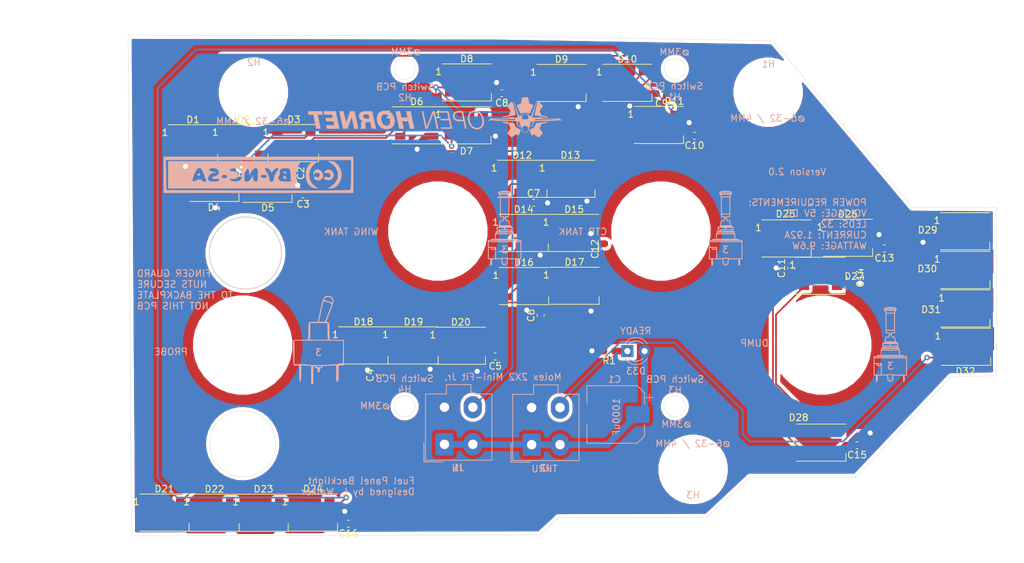
<source format=kicad_pcb>
(kicad_pcb (version 20171130) (host pcbnew "(5.1.6)-1")
  (layers (0 F.Cu signal) (31 B.Cu signal) (34 B.Paste user hide) (35 F.Paste user hide) (36 B.SilkS user) (37 F.SilkS user hide) (38 B.Mask user hide) (39 F.Mask user hide) (44 Edge.Cuts user))
  (net 0 "")
  (net 1 "Net-(D1-Pad2)")
  (net 2 "Net-(D1-Pad4)")
  (net 3 "Net-(D2-Pad2)")
  (net 4 "Net-(D3-Pad2)")
  (net 5 "Net-(D4-Pad2)")
  (net 6 "Net-(D4-Pad4)")
  (net 7 "Net-(D12-Pad4)")
  (net 8 "Net-(D6-Pad2)")
  (net 9 "Net-(D8-Pad2)")
  (net 10 "Net-(D10-Pad4)")
  (net 11 "Net-(D11-Pad2)")
  (net 12 "Net-(D11-Pad4)")
  (net 13 "Net-(D12-Pad2)")
  (net 14 "Net-(D13-Pad2)")
  (net 15 "Net-(D14-Pad2)")
  (net 16 "Net-(D15-Pad2)")
  (net 17 "Net-(D16-Pad2)")
  (net 18 "Net-(D17-Pad2)")
  (net 19 "Net-(D18-Pad2)")
  (net 20 "Net-(D19-Pad2)")
  (net 21 "Net-(D20-Pad2)")
  (net 22 "Net-(D21-Pad2)")
  (net 23 "Net-(D22-Pad2)")
  (net 24 "Net-(D23-Pad2)")
  (net 25 "Net-(D25-Pad2)")
  (net 26 "Net-(D26-Pad2)")
  (net 27 "Net-(D27-Pad2)")
  (net 28 "Net-(D28-Pad2)")
  (net 29 "Net-(D29-Pad2)")
  (net 30 "Net-(D30-Pad2)")
  (net 31 "Net-(D31-Pad2)")
  (net 32 /LEDGND)
  (net 33 /LED+5V)
  (net 34 "Net-(D33-Pad1)")
  (net 35 /DATAIN)
  (net 36 /DATAOUT)
  (module OH_Backlighting:Molex_Mini-Fit_Jr_5566-04A_2x02_P4.20mm_Vertical (layer B.Cu) (at 158.801 135.687)
    (fp_text reference J2 (at 2.1 3.45) (layer B.SilkS) (effects (justify mirror)))
    (fp_text value Conn_01x04_Female)
    (pad 4 thru_hole oval (at 4.2 -5.5) (size 2.7 3.3) (drill 1.4) (layers *.Cu *.Mask) (net 36 /DATAOUT))
    (pad 3 thru_hole oval (at 0 -5.5) (size 2.7 3.3) (drill 1.4) (layers *.Cu *.Mask) (net 32 /LEDGND))
    (pad 2 thru_hole oval (at 4.2 0) (size 2.7 3.3) (drill 1.4) (layers *.Cu *.Mask) (net 33 /LED+5V))
    (pad 1 thru_hole roundrect (at 0 0) (size 2.7 3.3) (drill 1.4) (layers *.Cu *.Mask) (roundrect_rratio 0.09259299999999999) (net 33 /LED+5V))
  )
  (module OH_Backlighting:Molex_Mini-Fit_Jr_5566-04A_2x02_P4.20mm_Vertical (layer B.Cu) (at 145.898 135.636)
    (fp_text reference J1 (at 2.1 3.45) (layer B.SilkS) (effects (justify mirror)))
    (fp_text value Conn_01x04_Female)
    (pad 4 thru_hole oval (at 4.2 -5.5) (size 2.7 3.3) (drill 1.4) (layers *.Cu *.Mask) (net 35 /DATAIN))
    (pad 3 thru_hole oval (at 0 -5.5) (size 2.7 3.3) (drill 1.4) (layers *.Cu *.Mask) (net 32 /LEDGND))
    (pad 2 thru_hole oval (at 4.2 0) (size 2.7 3.3) (drill 1.4) (layers *.Cu *.Mask) (net 33 /LED+5V))
    (pad 1 thru_hole roundrect (at 0 0) (size 2.7 3.3) (drill 1.4) (layers *.Cu *.Mask) (roundrect_rratio 0.09259299999999999) (net 33 /LED+5V))
  )
  (module OH_General:OH_LOGO_37.7mm_5.9mm (layer B.Cu) (at 144.5 87.2 180)
    (fp_text reference G*** hide)
    (fp_text value LOGO hide)
  )
  (module OH_General:CC-BY-NC-SA-Small (layer B.Cu) (at 118.44782 95.70212 180)
    (fp_text reference G*** hide)
    (fp_text value LOGO hide)
  )
  (module OH_Backlighting:631H_Toggle_13mm_x_13mm (layer F.Cu) (at 116.0272 120.9294)
    (fp_text reference 7 hide)
    (fp_text value 631H_Toggle_13mm_x_13mm hide)
    (pad "" np_thru_hole circle (at 0 0) (size 12.7 12.7) (drill 12.7) (layers B.Cu) (clearance 2.5))
    (pad "" np_thru_hole circle (at 0 0) (size 12.7 12.7) (drill 12.7) (layers *.Mask F.Cu) (clearance 1))
  )
  (module OH_Backlighting:OH_Panel_6-32_PHS (layer F.Cu) (at 193.8147 83.4644)
    (fp_text reference 6 hide)
    (fp_text value OH_Panel_Fastner_Keepout hide)
    (fp_text user H1 (at 0.0254 -4.16052) (layer B.SilkS) (effects (justify mirror)))
    (fp_text user "⌀6-32 / 4MM" (at -0.04572 3.85572) (layer B.SilkS) (effects (justify mirror)))
    (pad "" np_thru_hole circle (at 0 0) (size 4.3 4.3) (drill 4.3) (layers *.Cu *.Mask) (clearance 3))
  )
  (module OH_Backlighting:OH_Panel_6-32_PHS (layer F.Cu) (at 117.6147 83.4644)
    (fp_text reference 5 hide)
    (fp_text value OH_Panel_Fastner_Keepout hide)
    (fp_text user H2 (at 0.05334 -4.42214) (layer B.SilkS) (effects (justify mirror)))
    (fp_text user "⌀6-32 / 4MM" (at 0.05334 4.31546) (layer B.SilkS) (effects (justify mirror)))
    (pad "" np_thru_hole circle (at 0 0) (size 4.3 4.3) (drill 4.3) (layers *.Cu *.Mask) (clearance 3))
  )
  (module OH_Backlighting:OH_Panel_6-32_PHS (layer F.Cu) (at 182.70474 139.3444)
    (fp_text reference 5 hide)
    (fp_text value OH_Panel_Fastner_Keepout hide)
    (fp_text user H3 (at 0 3.81) (layer B.SilkS) (effects (justify mirror)))
    (fp_text user "⌀6-32 / 4MM" (at 0 -3.81) (layer B.SilkS) (effects (justify mirror)))
    (pad "" np_thru_hole circle (at 0 0) (size 4.3 4.3) (drill 4.3) (layers *.Cu *.Mask) (clearance 3))
  )
  (module OH_Backlighting:SxAL_Toggle_13x13mm (layer F.Cu) (at 201.7522 120.9294)
    (fp_text reference 3 hide)
    (fp_text value SxAL_Toggle_13x13mm hide)
    (pad "" np_thru_hole circle (at 0 0) (size 12.7 12.7) (drill 12.7) (layers *.Mask F.Cu) (clearance 1))
    (pad "" np_thru_hole circle (at 0 0) (size 12.7 12.7) (drill 12.7) (layers *.Mask B.Cu) (clearance 2.65))
  )
  (module OH_Backlighting:SxAL_Toggle_13x13mm (layer F.Cu) (at 177.9397 104.0384)
    (fp_text reference 2 hide)
    (fp_text value SxAL_Toggle_13x13mm hide)
    (pad "" np_thru_hole circle (at 0 0) (size 12.7 12.7) (drill 12.7) (layers *.Mask F.Cu) (clearance 1))
    (pad "" np_thru_hole circle (at 0 0) (size 12.7 12.7) (drill 12.7) (layers *.Mask B.Cu) (clearance 2.65))
  )
  (module OH_Backlighting:SxAL_Toggle_13x13mm (layer F.Cu) (at 144.9197 104.0384)
    (fp_text reference 1 hide)
    (fp_text value SxAL_Toggle_13x13mm hide)
    (pad "" np_thru_hole circle (at 0 0) (size 12.7 12.7) (drill 12.7) (layers *.Mask F.Cu) (clearance 1))
    (pad "" np_thru_hole circle (at 0 0) (size 12.7 12.7) (drill 12.7) (layers *.Mask B.Cu) (clearance 2.65))
  )
  (module Resistor_SMD:R_0603_1608Metric (layer F.Cu) (at 170.282 121.818 180)
    (fp_text reference R1 (at 0 -1.43) (layer F.SilkS))
    (fp_text value R)
    (pad 2 smd roundrect (at 0.7875 0 180) (size 0.875 0.95) (layers F.Cu F.Paste F.Mask) (net 32 /LEDGND))
    (pad 1 smd roundrect (at -0.7875 0 180) (size 0.875 0.95) (layers F.Cu F.Paste F.Mask) (net 34 "Net-(D33-Pad1)"))
  )
  (module Capacitor_SMD:C_0603_1608Metric (layer F.Cu) (at 131.68386 147.39366 180)
    (fp_text reference C16 (at 0 -1.43) (layer F.SilkS))
    (fp_text value C)
    (pad 2 smd roundrect (at 0.7875 0 180) (size 0.875 0.95) (layers F.Cu F.Paste F.Mask) (net 32 /LEDGND))
    (pad 1 smd roundrect (at -0.7875 0 180) (size 0.875 0.95) (layers F.Cu F.Paste F.Mask) (net 33 /LED+5V))
  )
  (module Capacitor_SMD:C_0603_1608Metric (layer F.Cu) (at 206.97454 135.77062 180)
    (fp_text reference C15 (at 0 -1.43) (layer F.SilkS))
    (fp_text value C)
    (pad 2 smd roundrect (at 0.7875 0 180) (size 0.875 0.95) (layers F.Cu F.Paste F.Mask) (net 32 /LEDGND))
    (pad 1 smd roundrect (at -0.7875 0 180) (size 0.875 0.95) (layers F.Cu F.Paste F.Mask) (net 33 /LED+5V))
  )
  (module Capacitor_SMD:C_0603_1608Metric (layer F.Cu) (at 206.0194 110.94964 270)
    (fp_text reference C14 (at 0 -1.43 90) (layer F.SilkS))
    (fp_text value C)
    (pad 2 smd roundrect (at 0.7875 0 270) (size 0.875 0.95) (layers F.Cu F.Paste F.Mask) (net 32 /LEDGND))
    (pad 1 smd roundrect (at -0.7875 0 270) (size 0.875 0.95) (layers F.Cu F.Paste F.Mask) (net 33 /LED+5V))
  )
  (module Capacitor_SMD:C_0603_1608Metric (layer F.Cu) (at 211.02584 106.61396 180)
    (fp_text reference C13 (at 0 -1.43) (layer F.SilkS))
    (fp_text value C)
    (pad 2 smd roundrect (at 0.7875 0 180) (size 0.875 0.95) (layers F.Cu F.Paste F.Mask) (net 32 /LEDGND))
    (pad 1 smd roundrect (at -0.7875 0 180) (size 0.875 0.95) (layers F.Cu F.Paste F.Mask) (net 33 /LED+5V))
  )
  (module Capacitor_SMD:C_0603_1608Metric (layer F.Cu) (at 169.61104 106.69788 90)
    (fp_text reference C12 (at 0 -1.43 90) (layer F.SilkS))
    (fp_text value C)
    (pad 2 smd roundrect (at 0.7875 0 90) (size 0.875 0.95) (layers F.Cu F.Paste F.Mask) (net 32 /LEDGND))
    (pad 1 smd roundrect (at -0.7875 0 90) (size 0.875 0.95) (layers F.Cu F.Paste F.Mask) (net 33 /LED+5V))
  )
  (module Capacitor_SMD:C_0603_1608Metric (layer F.Cu) (at 197.22338 109.54502 90)
    (fp_text reference C11 (at 0 -1.43 90) (layer F.SilkS))
    (fp_text value C)
    (pad 2 smd roundrect (at 0.7875 0 90) (size 0.875 0.95) (layers F.Cu F.Paste F.Mask) (net 32 /LEDGND))
    (pad 1 smd roundrect (at -0.7875 0 90) (size 0.875 0.95) (layers F.Cu F.Paste F.Mask) (net 33 /LED+5V))
  )
  (module Capacitor_SMD:C_0603_1608Metric (layer F.Cu) (at 182.89788 89.916 180)
    (fp_text reference C10 (at 0 -1.43) (layer F.SilkS))
    (fp_text value C)
    (pad 2 smd roundrect (at 0.7875 0 180) (size 0.875 0.95) (layers F.Cu F.Paste F.Mask) (net 32 /LEDGND))
    (pad 1 smd roundrect (at -0.7875 0 180) (size 0.875 0.95) (layers F.Cu F.Paste F.Mask) (net 33 /LED+5V))
  )
  (module Capacitor_SMD:C_0603_1608Metric (layer F.Cu) (at 178.05136 83.67522 180)
    (fp_text reference C9 (at 0 -1.43) (layer F.SilkS))
    (fp_text value C)
    (pad 2 smd roundrect (at 0.7875 0 180) (size 0.875 0.95) (layers F.Cu F.Paste F.Mask) (net 32 /LEDGND))
    (pad 1 smd roundrect (at -0.7875 0 180) (size 0.875 0.95) (layers F.Cu F.Paste F.Mask) (net 33 /LED+5V))
  )
  (module Capacitor_SMD:C_0603_1608Metric (layer F.Cu) (at 154.3812 83.6168 180)
    (fp_text reference C8 (at 0 -1.43) (layer F.SilkS))
    (fp_text value C)
    (pad 2 smd roundrect (at 0.7875 0 180) (size 0.875 0.95) (layers F.Cu F.Paste F.Mask) (net 32 /LEDGND))
    (pad 1 smd roundrect (at -0.7875 0 180) (size 0.875 0.95) (layers F.Cu F.Paste F.Mask) (net 33 /LED+5V))
  )
  (module Capacitor_SMD:C_0603_1608Metric (layer F.Cu) (at 159.08518 99.86518)
    (fp_text reference C7 (at 0 -1.43) (layer F.SilkS))
    (fp_text value C)
    (pad 2 smd roundrect (at 0.7875 0) (size 0.875 0.95) (layers F.Cu F.Paste F.Mask) (net 32 /LEDGND))
    (pad 1 smd roundrect (at -0.7875 0) (size 0.875 0.95) (layers F.Cu F.Paste F.Mask) (net 33 /LED+5V))
  )
  (module Capacitor_SMD:C_0603_1608Metric (layer F.Cu) (at 160.13684 116.53256 90)
    (fp_text reference C6 (at 0 -1.43 90) (layer F.SilkS))
    (fp_text value C)
    (pad 2 smd roundrect (at 0.7875 0 90) (size 0.875 0.95) (layers F.Cu F.Paste F.Mask) (net 32 /LEDGND))
    (pad 1 smd roundrect (at -0.7875 0 90) (size 0.875 0.95) (layers F.Cu F.Paste F.Mask) (net 33 /LED+5V))
  )
  (module Capacitor_SMD:C_0603_1608Metric (layer F.Cu) (at 153.41102 122.62358 180)
    (fp_text reference C5 (at 0 -1.43) (layer F.SilkS))
    (fp_text value C)
    (pad 2 smd roundrect (at 0.7875 0 180) (size 0.875 0.95) (layers F.Cu F.Paste F.Mask) (net 32 /LEDGND))
    (pad 1 smd roundrect (at -0.7875 0 180) (size 0.875 0.95) (layers F.Cu F.Paste F.Mask) (net 33 /LED+5V))
  )
  (module Capacitor_SMD:C_0603_1608Metric (layer F.Cu) (at 136.330007 125.396673 90)
    (fp_text reference C4 (at 0 -1.43 90) (layer F.SilkS))
    (fp_text value C)
    (pad 2 smd roundrect (at 0.7875 0 90) (size 0.875 0.95) (layers F.Cu F.Paste F.Mask) (net 32 /LEDGND))
    (pad 1 smd roundrect (at -0.7875 0 90) (size 0.875 0.95) (layers F.Cu F.Paste F.Mask) (net 33 /LED+5V))
  )
  (module Capacitor_SMD:C_0603_1608Metric (layer F.Cu) (at 124.9681 98.60534 180)
    (fp_text reference C3 (at 0 -1.43) (layer F.SilkS))
    (fp_text value C)
    (pad 2 smd roundrect (at 0.7875 0 180) (size 0.875 0.95) (layers F.Cu F.Paste F.Mask) (net 32 /LEDGND))
    (pad 1 smd roundrect (at -0.7875 0 180) (size 0.875 0.95) (layers F.Cu F.Paste F.Mask) (net 33 /LED+5V))
  )
  (module Capacitor_SMD:C_0603_1608Metric (layer F.Cu) (at 126.05512 95.46326 90)
    (fp_text reference C2 (at 0 -1.43 90) (layer F.SilkS))
    (fp_text value C)
    (pad 2 smd roundrect (at 0.7875 0 90) (size 0.875 0.95) (layers F.Cu F.Paste F.Mask) (net 32 /LEDGND))
    (pad 1 smd roundrect (at -0.7875 0 90) (size 0.875 0.95) (layers F.Cu F.Paste F.Mask) (net 33 /LED+5V))
  )
  (module "Kicad Footprint Files:631HToggle" (layer B.Cu) (at 127.3048 120.142 180)
    (fp_text reference G*** hide)
    (fp_text value LOGO hide)
  )
  (module "Kicad Footprint Files:S3ALToggle" (layer B.Cu) (at 212.0392 120.9548 180)
    (fp_text reference G*** hide)
    (fp_text value LOGO hide)
    (fp_text user 3 (at 0.125 -3.075) (layer B.SilkS) (effects (justify mirror)))
  )
  (module "Kicad Footprint Files:S3ALToggle" (layer B.Cu) (at 187.6552 103.7336 180)
    (fp_text reference G*** hide)
    (fp_text value LOGO hide)
    (fp_text user 3 (at 0.125 -3.075) (layer B.SilkS) (effects (justify mirror)))
  )
  (module "Kicad Footprint Files:S3ALToggle" (layer B.Cu) (at 154.94 103.7336 180)
    (fp_text reference G*** hide)
    (fp_text value LOGO hide)
    (fp_text user 3 (at 0.125 -3.075) (layer B.SilkS) (effects (justify mirror)))
  )
  (module LED_THT:LED_D3.0mm (layer B.Cu) (at 172.974 121.818)
    (fp_text reference D33 (at 1.27 2.96) (layer B.SilkS) (effects (justify mirror)))
    (fp_text value LED)
    (pad 2 thru_hole circle (at 2.54 0) (size 1.8 1.8) (drill 0.9) (layers *.Cu *.Mask) (net 33 /LED+5V))
    (pad 1 thru_hole rect (at 0 0) (size 1.8 1.8) (drill 0.9) (layers *.Cu *.Mask) (net 34 "Net-(D33-Pad1)"))
  )
  (module LED_SMD:LED_WS2812B_PLCC4_5.0x5.0mm_P3.2mm (layer F.Cu) (at 119.685 97.028)
    (fp_text reference D5 (at 0.0508 3.556) (layer F.SilkS))
    (fp_text value WS2812B)
    (fp_text user 1 (at -4.15 -1.6) (layer F.SilkS))
    (pad 1 smd rect (at -2.45 -1.6) (size 1.5 1) (layers F.Cu F.Paste F.Mask) (net 33 /LED+5V))
    (pad 2 smd rect (at -2.45 1.6) (size 1.5 1) (layers F.Cu F.Paste F.Mask) (net 7 "Net-(D12-Pad4)"))
    (pad 4 smd rect (at 2.45 -1.6) (size 1.5 1) (layers F.Cu F.Paste F.Mask) (net 5 "Net-(D4-Pad2)"))
    (pad 3 smd rect (at 2.45 1.6) (size 1.5 1) (layers F.Cu F.Paste F.Mask) (net 32 /LEDGND))
  )
  (module LED_SMD:LED_WS2812B_PLCC4_5.0x5.0mm_P3.2mm (layer F.Cu) (at 201.676 135.382)
    (fp_text reference D28 (at -3.3528 -3.7084) (layer F.SilkS))
    (fp_text value WS2812B)
    (fp_text user 1 (at -4.064 -0.1524) (layer F.SilkS))
    (pad 1 smd rect (at -2.45 -1.6) (size 1.5 1) (layers F.Cu F.Paste F.Mask) (net 33 /LED+5V))
    (pad 2 smd rect (at -2.45 1.6) (size 1.5 1) (layers F.Cu F.Paste F.Mask) (net 28 "Net-(D28-Pad2)"))
    (pad 4 smd rect (at 2.45 -1.6) (size 1.5 1) (layers F.Cu F.Paste F.Mask) (net 27 "Net-(D27-Pad2)"))
    (pad 3 smd rect (at 2.45 1.6) (size 1.5 1) (layers F.Cu F.Paste F.Mask) (net 32 /LEDGND))
  )
  (module LED_SMD:LED_WS2812B_PLCC4_5.0x5.0mm_P3.2mm (layer F.Cu) (at 157.621 104.318)
    (fp_text reference D14 (at 0 -3.5) (layer F.SilkS))
    (fp_text value WS2812B)
    (fp_text user 1 (at -4.15 -1.6) (layer F.SilkS))
    (pad 1 smd rect (at -2.45 -1.6) (size 1.5 1) (layers F.Cu F.Paste F.Mask) (net 33 /LED+5V))
    (pad 2 smd rect (at -2.45 1.6) (size 1.5 1) (layers F.Cu F.Paste F.Mask) (net 15 "Net-(D14-Pad2)"))
    (pad 4 smd rect (at 2.45 -1.6) (size 1.5 1) (layers F.Cu F.Paste F.Mask) (net 14 "Net-(D13-Pad2)"))
    (pad 3 smd rect (at 2.45 1.6) (size 1.5 1) (layers F.Cu F.Paste F.Mask) (net 32 /LEDGND))
  )
  (module Capacitor_SMD:CP_Elec_8x10 (layer B.Cu) (at 171.248 131.216 180)
    (fp_text reference C1 (at 0.18154 5.21676) (layer B.SilkS) (effects (justify mirror)))
    (fp_text value C_Polarized)
    (pad 2 smd roundrect (at 3.25 0 180) (size 3.5 2.5) (layers B.Cu B.Paste B.Mask) (roundrect_rratio 0.1) (net 32 /LEDGND))
    (pad 1 smd roundrect (at -3.25 0 180) (size 3.5 2.5) (layers B.Cu B.Paste B.Mask) (roundrect_rratio 0.1) (net 33 /LED+5V))
  )
  (module LED_SMD:LED_WS2812B_PLCC4_5.0x5.0mm_P3.2mm (layer F.Cu) (at 223.102 121.183)
    (fp_text reference D32 (at -0.09 3.6326) (layer F.SilkS))
    (fp_text value WS2812B)
    (fp_text user 1 (at -4.15 -1.6) (layer F.SilkS))
    (pad 1 smd rect (at -2.45 -1.6) (size 1.5 1) (layers F.Cu F.Paste F.Mask) (net 33 /LED+5V))
    (pad 2 smd rect (at -2.45 1.6) (size 1.5 1) (layers F.Cu F.Paste F.Mask) (net 36 /DATAOUT))
    (pad 4 smd rect (at 2.45 -1.6) (size 1.5 1) (layers F.Cu F.Paste F.Mask) (net 31 "Net-(D31-Pad2)"))
    (pad 3 smd rect (at 2.45 1.6) (size 1.5 1) (layers F.Cu F.Paste F.Mask) (net 32 /LEDGND))
  )
  (module LED_SMD:LED_WS2812B_PLCC4_5.0x5.0mm_P3.2mm (layer F.Cu) (at 223 115.494)
    (fp_text reference D31 (at -5.068 0.1776) (layer F.SilkS))
    (fp_text value WS2812B)
    (fp_text user 1 (at -3.4932 -1.5496) (layer F.SilkS))
    (pad 1 smd rect (at -2.45 -1.6) (size 1.5 1) (layers F.Cu F.Paste F.Mask) (net 33 /LED+5V))
    (pad 2 smd rect (at -2.45 1.6) (size 1.5 1) (layers F.Cu F.Paste F.Mask) (net 31 "Net-(D31-Pad2)"))
    (pad 4 smd rect (at 2.45 -1.6) (size 1.5 1) (layers F.Cu F.Paste F.Mask) (net 30 "Net-(D30-Pad2)"))
    (pad 3 smd rect (at 2.45 1.6) (size 1.5 1) (layers F.Cu F.Paste F.Mask) (net 32 /LEDGND))
  )
  (module LED_SMD:LED_WS2812B_PLCC4_5.0x5.0mm_P3.2mm (layer F.Cu) (at 223 109.804)
    (fp_text reference D30 (at -5.6272 -0.1776) (layer F.SilkS))
    (fp_text value WS2812B)
    (fp_text user 1 (at -4.15 -1.6) (layer F.SilkS))
    (pad 1 smd rect (at -2.45 -1.6) (size 1.5 1) (layers F.Cu F.Paste F.Mask) (net 33 /LED+5V))
    (pad 2 smd rect (at -2.45 1.6) (size 1.5 1) (layers F.Cu F.Paste F.Mask) (net 30 "Net-(D30-Pad2)"))
    (pad 4 smd rect (at 2.45 -1.6) (size 1.5 1) (layers F.Cu F.Paste F.Mask) (net 29 "Net-(D29-Pad2)"))
    (pad 3 smd rect (at 2.45 1.6) (size 1.5 1) (layers F.Cu F.Paste F.Mask) (net 32 /LEDGND))
  )
  (module LED_SMD:LED_WS2812B_PLCC4_5.0x5.0mm_P3.2mm (layer F.Cu) (at 222.961 104.064)
    (fp_text reference D29 (at -5.5372 -0.178) (layer F.SilkS))
    (fp_text value WS2812B)
    (fp_text user 1 (at -4.15 -1.6) (layer F.SilkS))
    (pad 1 smd rect (at -2.45 -1.6) (size 1.5 1) (layers F.Cu F.Paste F.Mask) (net 33 /LED+5V))
    (pad 2 smd rect (at -2.45 1.6) (size 1.5 1) (layers F.Cu F.Paste F.Mask) (net 29 "Net-(D29-Pad2)"))
    (pad 4 smd rect (at 2.45 -1.6) (size 1.5 1) (layers F.Cu F.Paste F.Mask) (net 28 "Net-(D28-Pad2)"))
    (pad 3 smd rect (at 2.45 1.6) (size 1.5 1) (layers F.Cu F.Paste F.Mask) (net 32 /LEDGND))
  )
  (module LED_SMD:LED_WS2812B_PLCC4_5.0x5.0mm_P3.2mm (layer F.Cu) (at 201.563 110.668)
    (fp_text reference D27 (at 4.99 0.0764) (layer F.SilkS))
    (fp_text value WS2812B)
    (fp_text user 1 (at -4.15 -1.6) (layer F.SilkS))
    (pad 1 smd rect (at -2.45 -1.6) (size 1.5 1) (layers F.Cu F.Paste F.Mask) (net 33 /LED+5V))
    (pad 2 smd rect (at -2.45 1.6) (size 1.5 1) (layers F.Cu F.Paste F.Mask) (net 27 "Net-(D27-Pad2)"))
    (pad 4 smd rect (at 2.45 -1.6) (size 1.5 1) (layers F.Cu F.Paste F.Mask) (net 26 "Net-(D26-Pad2)"))
    (pad 3 smd rect (at 2.45 1.6) (size 1.5 1) (layers F.Cu F.Paste F.Mask) (net 32 /LEDGND))
  )
  (module LED_SMD:LED_WS2812B_PLCC4_5.0x5.0mm_P3.2mm (layer F.Cu) (at 205.627 105.029)
    (fp_text reference D26 (at 0 -3.5) (layer F.SilkS))
    (fp_text value WS2812B)
    (fp_text user 1 (at -4.15 -1.6) (layer F.SilkS))
    (pad 1 smd rect (at -2.45 -1.6) (size 1.5 1) (layers F.Cu F.Paste F.Mask) (net 33 /LED+5V))
    (pad 2 smd rect (at -2.45 1.6) (size 1.5 1) (layers F.Cu F.Paste F.Mask) (net 26 "Net-(D26-Pad2)"))
    (pad 4 smd rect (at 2.45 -1.6) (size 1.5 1) (layers F.Cu F.Paste F.Mask) (net 25 "Net-(D25-Pad2)"))
    (pad 3 smd rect (at 2.45 1.6) (size 1.5 1) (layers F.Cu F.Paste F.Mask) (net 32 /LEDGND))
  )
  (module LED_SMD:LED_WS2812B_PLCC4_5.0x5.0mm_P3.2mm (layer F.Cu) (at 196.534 105.131)
    (fp_text reference D25 (at -0.1408 -3.6324) (layer F.SilkS))
    (fp_text value WS2812B)
    (fp_text user 1 (at -4.15 -1.6) (layer F.SilkS))
    (pad 1 smd rect (at -2.45 -1.6) (size 1.5 1) (layers F.Cu F.Paste F.Mask) (net 33 /LED+5V))
    (pad 2 smd rect (at -2.45 1.6) (size 1.5 1) (layers F.Cu F.Paste F.Mask) (net 25 "Net-(D25-Pad2)"))
    (pad 4 smd rect (at 2.45 -1.6) (size 1.5 1) (layers F.Cu F.Paste F.Mask) (net 11 "Net-(D11-Pad2)"))
    (pad 3 smd rect (at 2.45 1.6) (size 1.5 1) (layers F.Cu F.Paste F.Mask) (net 32 /LEDGND))
  )
  (module LED_SMD:LED_WS2812B_PLCC4_5.0x5.0mm_P3.2mm (layer F.Cu) (at 126.43 145.745)
    (fp_text reference D24 (at 0 -3.5) (layer F.SilkS))
    (fp_text value WS2812B)
    (fp_text user 1 (at -4.15 -1.6) (layer F.SilkS))
    (pad 1 smd rect (at -2.45 -1.6) (size 1.5 1) (layers F.Cu F.Paste F.Mask) (net 33 /LED+5V))
    (pad 2 smd rect (at -2.45 1.6) (size 1.5 1) (layers F.Cu F.Paste F.Mask) (net 12 "Net-(D11-Pad4)"))
    (pad 4 smd rect (at 2.45 -1.6) (size 1.5 1) (layers F.Cu F.Paste F.Mask) (net 24 "Net-(D23-Pad2)"))
    (pad 3 smd rect (at 2.45 1.6) (size 1.5 1) (layers F.Cu F.Paste F.Mask) (net 32 /LEDGND))
  )
  (module LED_SMD:LED_WS2812B_PLCC4_5.0x5.0mm_P3.2mm (layer F.Cu) (at 119.114 145.77)
    (fp_text reference D23 (at 0 -3.5) (layer F.SilkS))
    (fp_text value WS2812B)
    (fp_text user 1 (at -4.15 -1.6) (layer F.SilkS))
    (pad 1 smd rect (at -2.45 -1.6) (size 1.5 1) (layers F.Cu F.Paste F.Mask) (net 33 /LED+5V))
    (pad 2 smd rect (at -2.45 1.6) (size 1.5 1) (layers F.Cu F.Paste F.Mask) (net 24 "Net-(D23-Pad2)"))
    (pad 4 smd rect (at 2.45 -1.6) (size 1.5 1) (layers F.Cu F.Paste F.Mask) (net 23 "Net-(D22-Pad2)"))
    (pad 3 smd rect (at 2.45 1.6) (size 1.5 1) (layers F.Cu F.Paste F.Mask) (net 32 /LEDGND))
  )
  (module LED_SMD:LED_WS2812B_PLCC4_5.0x5.0mm_P3.2mm (layer F.Cu) (at 111.85 145.771)
    (fp_text reference D22 (at 0 -3.5) (layer F.SilkS))
    (fp_text value WS2812B)
    (fp_text user 1 (at -4.15 -1.6) (layer F.SilkS))
    (pad 1 smd rect (at -2.45 -1.6) (size 1.5 1) (layers F.Cu F.Paste F.Mask) (net 33 /LED+5V))
    (pad 2 smd rect (at -2.45 1.6) (size 1.5 1) (layers F.Cu F.Paste F.Mask) (net 23 "Net-(D22-Pad2)"))
    (pad 4 smd rect (at 2.45 -1.6) (size 1.5 1) (layers F.Cu F.Paste F.Mask) (net 22 "Net-(D21-Pad2)"))
    (pad 3 smd rect (at 2.45 1.6) (size 1.5 1) (layers F.Cu F.Paste F.Mask) (net 32 /LEDGND))
  )
  (module LED_SMD:LED_WS2812B_PLCC4_5.0x5.0mm_P3.2mm (layer F.Cu) (at 104.445 145.745)
    (fp_text reference D21 (at 0 -3.5) (layer F.SilkS))
    (fp_text value WS2812B)
    (fp_text user 1 (at -4.15 -1.6) (layer F.SilkS))
    (pad 1 smd rect (at -2.45 -1.6) (size 1.5 1) (layers F.Cu F.Paste F.Mask) (net 33 /LED+5V))
    (pad 2 smd rect (at -2.45 1.6) (size 1.5 1) (layers F.Cu F.Paste F.Mask) (net 22 "Net-(D21-Pad2)"))
    (pad 4 smd rect (at 2.45 -1.6) (size 1.5 1) (layers F.Cu F.Paste F.Mask) (net 21 "Net-(D20-Pad2)"))
    (pad 3 smd rect (at 2.45 1.6) (size 1.5 1) (layers F.Cu F.Paste F.Mask) (net 32 /LEDGND))
  )
  (module LED_SMD:LED_WS2812B_PLCC4_5.0x5.0mm_P3.2mm (layer F.Cu) (at 148.324 121.031)
    (fp_text reference D20 (at 0 -3.5) (layer F.SilkS))
    (fp_text value WS2812B)
    (fp_text user 1 (at -4.15 -1.6) (layer F.SilkS))
    (pad 1 smd rect (at -2.45 -1.6) (size 1.5 1) (layers F.Cu F.Paste F.Mask) (net 33 /LED+5V))
    (pad 2 smd rect (at -2.45 1.6) (size 1.5 1) (layers F.Cu F.Paste F.Mask) (net 21 "Net-(D20-Pad2)"))
    (pad 4 smd rect (at 2.45 -1.6) (size 1.5 1) (layers F.Cu F.Paste F.Mask) (net 20 "Net-(D19-Pad2)"))
    (pad 3 smd rect (at 2.45 1.6) (size 1.5 1) (layers F.Cu F.Paste F.Mask) (net 32 /LEDGND))
  )
  (module LED_SMD:LED_WS2812B_PLCC4_5.0x5.0mm_P3.2mm (layer F.Cu) (at 141.314 120.98)
    (fp_text reference D19 (at 0 -3.5) (layer F.SilkS))
    (fp_text value WS2812B)
    (fp_text user 1 (at -4.15 -1.6) (layer F.SilkS))
    (pad 1 smd rect (at -2.45 -1.6) (size 1.5 1) (layers F.Cu F.Paste F.Mask) (net 33 /LED+5V))
    (pad 2 smd rect (at -2.45 1.6) (size 1.5 1) (layers F.Cu F.Paste F.Mask) (net 20 "Net-(D19-Pad2)"))
    (pad 4 smd rect (at 2.45 -1.6) (size 1.5 1) (layers F.Cu F.Paste F.Mask) (net 19 "Net-(D18-Pad2)"))
    (pad 3 smd rect (at 2.45 1.6) (size 1.5 1) (layers F.Cu F.Paste F.Mask) (net 32 /LEDGND))
  )
  (module LED_SMD:LED_WS2812B_PLCC4_5.0x5.0mm_P3.2mm (layer F.Cu) (at 133.897 120.98)
    (fp_text reference D18 (at 0 -3.5) (layer F.SilkS))
    (fp_text value WS2812B)
    (fp_text user 1 (at -4.15 -1.6) (layer F.SilkS))
    (pad 1 smd rect (at -2.45 -1.6) (size 1.5 1) (layers F.Cu F.Paste F.Mask) (net 33 /LED+5V))
    (pad 2 smd rect (at -2.45 1.6) (size 1.5 1) (layers F.Cu F.Paste F.Mask) (net 19 "Net-(D18-Pad2)"))
    (pad 4 smd rect (at 2.45 -1.6) (size 1.5 1) (layers F.Cu F.Paste F.Mask) (net 18 "Net-(D17-Pad2)"))
    (pad 3 smd rect (at 2.45 1.6) (size 1.5 1) (layers F.Cu F.Paste F.Mask) (net 32 /LEDGND))
  )
  (module LED_SMD:LED_WS2812B_PLCC4_5.0x5.0mm_P3.2mm (layer F.Cu) (at 165.139 112.141)
    (fp_text reference D17 (at 0 -3.5) (layer F.SilkS))
    (fp_text value WS2812B)
    (fp_text user 1 (at -4.15 -1.6) (layer F.SilkS))
    (pad 1 smd rect (at -2.45 -1.6) (size 1.5 1) (layers F.Cu F.Paste F.Mask) (net 33 /LED+5V))
    (pad 2 smd rect (at -2.45 1.6) (size 1.5 1) (layers F.Cu F.Paste F.Mask) (net 18 "Net-(D17-Pad2)"))
    (pad 4 smd rect (at 2.45 -1.6) (size 1.5 1) (layers F.Cu F.Paste F.Mask) (net 17 "Net-(D16-Pad2)"))
    (pad 3 smd rect (at 2.45 1.6) (size 1.5 1) (layers F.Cu F.Paste F.Mask) (net 32 /LEDGND))
  )
  (module LED_SMD:LED_WS2812B_PLCC4_5.0x5.0mm_P3.2mm (layer F.Cu) (at 157.672 112.192)
    (fp_text reference D16 (at 0 -3.5) (layer F.SilkS))
    (fp_text value WS2812B)
    (fp_text user 1 (at -4.15 -1.6) (layer F.SilkS))
    (pad 1 smd rect (at -2.45 -1.6) (size 1.5 1) (layers F.Cu F.Paste F.Mask) (net 33 /LED+5V))
    (pad 2 smd rect (at -2.45 1.6) (size 1.5 1) (layers F.Cu F.Paste F.Mask) (net 17 "Net-(D16-Pad2)"))
    (pad 4 smd rect (at 2.45 -1.6) (size 1.5 1) (layers F.Cu F.Paste F.Mask) (net 16 "Net-(D15-Pad2)"))
    (pad 3 smd rect (at 2.45 1.6) (size 1.5 1) (layers F.Cu F.Paste F.Mask) (net 32 /LEDGND))
  )
  (module LED_SMD:LED_WS2812B_PLCC4_5.0x5.0mm_P3.2mm (layer F.Cu) (at 165.088 104.318)
    (fp_text reference D15 (at 0 -3.5) (layer F.SilkS))
    (fp_text value WS2812B)
    (fp_text user 1 (at -4.15 -1.6) (layer F.SilkS))
    (pad 1 smd rect (at -2.45 -1.6) (size 1.5 1) (layers F.Cu F.Paste F.Mask) (net 33 /LED+5V))
    (pad 2 smd rect (at -2.45 1.6) (size 1.5 1) (layers F.Cu F.Paste F.Mask) (net 16 "Net-(D15-Pad2)"))
    (pad 4 smd rect (at 2.45 -1.6) (size 1.5 1) (layers F.Cu F.Paste F.Mask) (net 15 "Net-(D14-Pad2)"))
    (pad 3 smd rect (at 2.45 1.6) (size 1.5 1) (layers F.Cu F.Paste F.Mask) (net 32 /LEDGND))
  )
  (module LED_SMD:LED_WS2812B_PLCC4_5.0x5.0mm_P3.2mm (layer F.Cu) (at 164.53 96.2912)
    (fp_text reference D13 (at 0 -3.5) (layer F.SilkS))
    (fp_text value WS2812B)
    (fp_text user 1 (at -4.15 -1.6) (layer F.SilkS))
    (pad 1 smd rect (at -2.45 -1.6) (size 1.5 1) (layers F.Cu F.Paste F.Mask) (net 33 /LED+5V))
    (pad 2 smd rect (at -2.45 1.6) (size 1.5 1) (layers F.Cu F.Paste F.Mask) (net 14 "Net-(D13-Pad2)"))
    (pad 4 smd rect (at 2.45 -1.6) (size 1.5 1) (layers F.Cu F.Paste F.Mask) (net 13 "Net-(D12-Pad2)"))
    (pad 3 smd rect (at 2.45 1.6) (size 1.5 1) (layers F.Cu F.Paste F.Mask) (net 32 /LEDGND))
  )
  (module LED_SMD:LED_WS2812B_PLCC4_5.0x5.0mm_P3.2mm (layer F.Cu) (at 157.418 96.2912)
    (fp_text reference D12 (at 0 -3.5) (layer F.SilkS))
    (fp_text value WS2812B)
    (fp_text user 1 (at -4.15 -1.6) (layer F.SilkS))
    (pad 1 smd rect (at -2.45 -1.6) (size 1.5 1) (layers F.Cu F.Paste F.Mask) (net 33 /LED+5V))
    (pad 2 smd rect (at -2.45 1.6) (size 1.5 1) (layers F.Cu F.Paste F.Mask) (net 13 "Net-(D12-Pad2)"))
    (pad 4 smd rect (at 2.45 -1.6) (size 1.5 1) (layers F.Cu F.Paste F.Mask) (net 7 "Net-(D12-Pad4)"))
    (pad 3 smd rect (at 2.45 1.6) (size 1.5 1) (layers F.Cu F.Paste F.Mask) (net 32 /LEDGND))
  )
  (module LED_SMD:LED_WS2812B_PLCC4_5.0x5.0mm_P3.2mm (layer F.Cu) (at 177.636 88.3156)
    (fp_text reference D11 (at 2.2976 -3.5304) (layer F.SilkS))
    (fp_text value WS2812B)
    (fp_text user 1 (at -4.15 -1.6) (layer F.SilkS))
    (pad 1 smd rect (at -2.45 -1.6) (size 1.5 1) (layers F.Cu F.Paste F.Mask) (net 33 /LED+5V))
    (pad 2 smd rect (at -2.45 1.6) (size 1.5 1) (layers F.Cu F.Paste F.Mask) (net 11 "Net-(D11-Pad2)"))
    (pad 4 smd rect (at 2.45 -1.6) (size 1.5 1) (layers F.Cu F.Paste F.Mask) (net 12 "Net-(D11-Pad4)"))
    (pad 3 smd rect (at 2.45 1.6) (size 1.5 1) (layers F.Cu F.Paste F.Mask) (net 32 /LEDGND))
  )
  (module LED_SMD:LED_WS2812B_PLCC4_5.0x5.0mm_P3.2mm (layer F.Cu) (at 172.962 82.0672)
    (fp_text reference D10 (at 0 -3.5) (layer F.SilkS))
    (fp_text value WS2812B)
    (fp_text user 1 (at -4.15 -1.6) (layer F.SilkS))
    (pad 1 smd rect (at -2.45 -1.6) (size 1.5 1) (layers F.Cu F.Paste F.Mask) (net 33 /LED+5V))
    (pad 2 smd rect (at -2.45 1.6) (size 1.5 1) (layers F.Cu F.Paste F.Mask) (net 2 "Net-(D1-Pad4)"))
    (pad 4 smd rect (at 2.45 -1.6) (size 1.5 1) (layers F.Cu F.Paste F.Mask) (net 10 "Net-(D10-Pad4)"))
    (pad 3 smd rect (at 2.45 1.6) (size 1.5 1) (layers F.Cu F.Paste F.Mask) (net 32 /LEDGND))
  )
  (module LED_SMD:LED_WS2812B_PLCC4_5.0x5.0mm_P3.2mm (layer F.Cu) (at 163.22 82.0928)
    (fp_text reference D9 (at 0 -3.5) (layer F.SilkS))
    (fp_text value WS2812B)
    (fp_text user 1 (at -4.15 -1.6) (layer F.SilkS))
    (pad 1 smd rect (at -2.45 -1.6) (size 1.5 1) (layers F.Cu F.Paste F.Mask) (net 33 /LED+5V))
    (pad 2 smd rect (at -2.45 1.6) (size 1.5 1) (layers F.Cu F.Paste F.Mask) (net 10 "Net-(D10-Pad4)"))
    (pad 4 smd rect (at 2.45 -1.6) (size 1.5 1) (layers F.Cu F.Paste F.Mask) (net 9 "Net-(D8-Pad2)"))
    (pad 3 smd rect (at 2.45 1.6) (size 1.5 1) (layers F.Cu F.Paste F.Mask) (net 32 /LEDGND))
  )
  (module LED_SMD:LED_WS2812B_PLCC4_5.0x5.0mm_P3.2mm (layer F.Cu) (at 149.188 82.0164)
    (fp_text reference D8 (at 0 -3.5) (layer F.SilkS))
    (fp_text value WS2812B)
    (fp_text user 1 (at -4.15 -1.6) (layer F.SilkS))
    (pad 1 smd rect (at -2.45 -1.6) (size 1.5 1) (layers F.Cu F.Paste F.Mask) (net 33 /LED+5V))
    (pad 2 smd rect (at -2.45 1.6) (size 1.5 1) (layers F.Cu F.Paste F.Mask) (net 9 "Net-(D8-Pad2)"))
    (pad 4 smd rect (at 2.45 -1.6) (size 1.5 1) (layers F.Cu F.Paste F.Mask) (net 35 /DATAIN))
    (pad 3 smd rect (at 2.45 1.6) (size 1.5 1) (layers F.Cu F.Paste F.Mask) (net 32 /LEDGND))
  )
  (module LED_SMD:LED_WS2812B_PLCC4_5.0x5.0mm_P3.2mm (layer F.Cu) (at 149.137 88.3668)
    (fp_text reference D7 (at 0.0116 3.8352) (layer F.SilkS))
    (fp_text value WS2812B)
    (fp_text user 1 (at -4.15 -1.6) (layer F.SilkS))
    (pad 1 smd rect (at -2.45 -1.6) (size 1.5 1) (layers F.Cu F.Paste F.Mask) (net 33 /LED+5V))
    (pad 2 smd rect (at -2.45 1.6) (size 1.5 1) (layers F.Cu F.Paste F.Mask) (net 6 "Net-(D4-Pad4)"))
    (pad 4 smd rect (at 2.45 -1.6) (size 1.5 1) (layers F.Cu F.Paste F.Mask) (net 8 "Net-(D6-Pad2)"))
    (pad 3 smd rect (at 2.45 1.6) (size 1.5 1) (layers F.Cu F.Paste F.Mask) (net 32 /LEDGND))
  )
  (module LED_SMD:LED_WS2812B_PLCC4_5.0x5.0mm_P3.2mm (layer F.Cu) (at 141.794 88.3668)
    (fp_text reference D6 (at 0 -3.5) (layer F.SilkS))
    (fp_text value WS2812B)
    (fp_text user 1 (at -4.15 -1.6) (layer F.SilkS))
    (pad 1 smd rect (at -2.45 -1.6) (size 1.5 1) (layers F.Cu F.Paste F.Mask) (net 33 /LED+5V))
    (pad 2 smd rect (at -2.45 1.6) (size 1.5 1) (layers F.Cu F.Paste F.Mask) (net 8 "Net-(D6-Pad2)"))
    (pad 4 smd rect (at 2.45 -1.6) (size 1.5 1) (layers F.Cu F.Paste F.Mask) (net 4 "Net-(D3-Pad2)"))
    (pad 3 smd rect (at 2.45 1.6) (size 1.5 1) (layers F.Cu F.Paste F.Mask) (net 32 /LEDGND))
  )
  (module LED_SMD:LED_WS2812B_PLCC4_5.0x5.0mm_P3.2mm (layer F.Cu) (at 111.822 96.9008)
    (fp_text reference D4 (at 0 3.6324) (layer F.SilkS))
    (fp_text value WS2812B)
    (fp_text user 1 (at -4.15 -1.6) (layer F.SilkS))
    (pad 1 smd rect (at -2.45 -1.6) (size 1.5 1) (layers F.Cu F.Paste F.Mask) (net 33 /LED+5V))
    (pad 2 smd rect (at -2.45 1.6) (size 1.5 1) (layers F.Cu F.Paste F.Mask) (net 5 "Net-(D4-Pad2)"))
    (pad 4 smd rect (at 2.45 -1.6) (size 1.5 1) (layers F.Cu F.Paste F.Mask) (net 6 "Net-(D4-Pad4)"))
    (pad 3 smd rect (at 2.45 1.6) (size 1.5 1) (layers F.Cu F.Paste F.Mask) (net 32 /LEDGND))
  )
  (module LED_SMD:LED_WS2812B_PLCC4_5.0x5.0mm_P3.2mm (layer F.Cu) (at 123.608 91.0084)
    (fp_text reference D3 (at 0 -3.5) (layer F.SilkS))
    (fp_text value WS2812B)
    (fp_text user 1 (at -4.15 -1.6) (layer F.SilkS))
    (pad 1 smd rect (at -2.45 -1.6) (size 1.5 1) (layers F.Cu F.Paste F.Mask) (net 33 /LED+5V))
    (pad 2 smd rect (at -2.45 1.6) (size 1.5 1) (layers F.Cu F.Paste F.Mask) (net 4 "Net-(D3-Pad2)"))
    (pad 4 smd rect (at 2.45 -1.6) (size 1.5 1) (layers F.Cu F.Paste F.Mask) (net 3 "Net-(D2-Pad2)"))
    (pad 3 smd rect (at 2.45 1.6) (size 1.5 1) (layers F.Cu F.Paste F.Mask) (net 32 /LEDGND))
  )
  (module LED_SMD:LED_WS2812B_PLCC4_5.0x5.0mm_P3.2mm (layer F.Cu) (at 116.14 91.008)
    (fp_text reference D2 (at 0 -3.5) (layer F.SilkS))
    (fp_text value WS2812B)
    (fp_text user 1 (at -4.15 -1.6) (layer F.SilkS))
    (pad 1 smd rect (at -2.45 -1.6) (size 1.5 1) (layers F.Cu F.Paste F.Mask) (net 33 /LED+5V))
    (pad 2 smd rect (at -2.45 1.6) (size 1.5 1) (layers F.Cu F.Paste F.Mask) (net 3 "Net-(D2-Pad2)"))
    (pad 4 smd rect (at 2.45 -1.6) (size 1.5 1) (layers F.Cu F.Paste F.Mask) (net 1 "Net-(D1-Pad2)"))
    (pad 3 smd rect (at 2.45 1.6) (size 1.5 1) (layers F.Cu F.Paste F.Mask) (net 32 /LEDGND))
  )
  (module LED_SMD:LED_WS2812B_PLCC4_5.0x5.0mm_P3.2mm (layer F.Cu) (at 108.673 91.0336)
    (fp_text reference D1 (at 0 -3.5) (layer F.SilkS))
    (fp_text value WS2812B)
    (fp_text user 1 (at -4.15 -1.6) (layer F.SilkS))
    (pad 1 smd rect (at -2.45 -1.6) (size 1.5 1) (layers F.Cu F.Paste F.Mask) (net 33 /LED+5V))
    (pad 2 smd rect (at -2.45 1.6) (size 1.5 1) (layers F.Cu F.Paste F.Mask) (net 1 "Net-(D1-Pad2)"))
    (pad 4 smd rect (at 2.45 -1.6) (size 1.5 1) (layers F.Cu F.Paste F.Mask) (net 2 "Net-(D1-Pad4)"))
    (pad 3 smd rect (at 2.45 1.6) (size 1.5 1) (layers F.Cu F.Paste F.Mask) (net 32 /LEDGND))
  )
  (gr_text ⌀3MM (at 135.636 129.9464) (layer B.SilkS) (effects (font (size 1 1)) (justify mirror)))
  (gr_text ⌀3MM (at 180.2384 132.6388) (layer B.SilkS) (effects (font (size 1 1)) (justify mirror)))
  (gr_text ⌀3MM (at 179.9844 77.5208) (layer B.SilkS) (effects (font (size 1 1)) (justify mirror)))
  (gr_text ⌀3MM (at 140.208 77.47) (layer B.SilkS) (effects (font (size 1 1)) (justify mirror)))
  (gr_text "Switch PCB\nH4" (at 140.0048 126.6952) (layer B.SilkS) (effects (font (size 1 1)) (justify mirror)))
  (gr_text "Switch PCB\nH2" (at 140.0556 83.4644) (layer B.SilkS) (effects (font (size 1 1)) (justify mirror)))
  (gr_text "Switch PCB\nH3" (at 180.0352 126.7968) (layer B.SilkS) (effects (font (size 1 1)) (justify mirror)))
  (gr_text "Switch PCB\nH1" (at 179.8828 83.3628) (layer B.SilkS) (effects (font (size 1 1)) (justify mirror)))
  (gr_circle (center 140 80) (end 141.55 80) (layer Edge.Cuts) (width 0.05))
  (gr_circle (center 180 80) (end 181.55 80) (layer Edge.Cuts) (width 0.05))
  (gr_circle (center 140 130) (end 141.55 130) (layer Edge.Cuts) (width 0.05))
  (gr_circle (center 180 130) (end 181.55 130) (layer Edge.Cuts) (width 0.05))
  (gr_text 3 (at 127.254 122.0216) (layer B.SilkS) (effects (font (size 1 1)) (justify mirror)))
  (gr_text READY (at 174.1932 118.8212) (layer B.SilkS) (effects (font (size 1 1)) (justify mirror)))
  (gr_text 1000uF (at 171.3484 131.572 90) (layer B.SilkS) (effects (font (size 1 1)) (justify mirror)))
  (gr_text "POWER REQUIREMENTS:\nVOLTAGE: 5V DC\nLEDS: 32\nCURRENT: 1.92A\nWATTAGE: 9.6W" (at 208.5086 103.00716) (layer B.SilkS) (effects (font (size 1 1)) (justify left mirror)))
  (gr_text "Molex 2X2 Mini-Fit Jr." (at 154.54884 125.65634) (layer B.SilkS) (effects (font (size 1 1)) (justify mirror)))
  (gr_circle (center 116.4336 107.2896) (end 121.773644 107.2896) (layer Edge.Cuts) (width 0.15))
  (gr_text "FINGER GUARD\nNUTS SECURE\nTO THE BACKPLATE\nNOT THIS PCB" (at 100.2792 112.7252) (layer B.SilkS) (effects (font (size 1 1)) (justify right mirror)))
  (gr_text DUMP (at 191.77 120.65) (layer B.SilkS) (effects (font (size 1 1)) (justify mirror)))
  (gr_text "CTR TANK" (at 166.37 104.14) (layer B.SilkS) (effects (font (size 1 1)) (justify mirror)))
  (gr_text "WING TANK" (at 132.08 104.14) (layer B.SilkS) (effects (font (size 1 1)) (justify mirror)))
  (gr_text PROBE (at 105.41 121.92) (layer B.SilkS) (effects (font (size 1 1)) (justify mirror)))
  (gr_text "Version 2.0" (at 198.12 95.25) (layer B.SilkS) (effects (font (size 1 1)) (justify mirror)))
  (gr_text THRU (at 160.7058 139.26566) (layer B.SilkS) (effects (font (size 1 1)) (justify mirror)))
  (gr_text IN (at 147.74672 139.14374) (layer B.SilkS) (effects (font (size 1 1)) (justify mirror)))
  (gr_text "Fuel Panel Backlight\nDesigned by L. Walker" (at 141.58468 141.84122) (layer B.SilkS) (effects (font (size 1 1)) (justify left mirror)))
  (gr_circle (center 116.0272 135.5344) (end 119.3292 139.1412) (layer Edge.Cuts) (width 0.05))
  (gr_line (start 160.02 149.0472) (end 162.7632 146.5072) (layer Edge.Cuts) (width 0.05))
  (gr_line (start 99.568 149.1996) (end 160.02 149.0472) (layer Edge.Cuts) (width 0.05))
  (gr_line (start 194.5132 75.8444) (end 152.7556 75.1332) (layer Edge.Cuts) (width 0.05))
  (gr_line (start 215.138 100.4824) (end 194.5132 75.8444) (layer Edge.Cuts) (width 0.05))
  (gr_line (start 227.584 100.584) (end 215.138 100.4824) (layer Edge.Cuts) (width 0.05))
  (gr_line (start 227.6348 125.476) (end 227.584 100.584) (layer Edge.Cuts) (width 0.05))
  (gr_line (start 220.8784 125.6284) (end 227.6348 125.476) (layer Edge.Cuts) (width 0.05))
  (gr_line (start 206.8068 140.5128) (end 220.8784 125.6284) (layer Edge.Cuts) (width 0.05))
  (gr_line (start 191.1096 140.5128) (end 206.8068 140.5128) (layer Edge.Cuts) (width 0.05))
  (gr_line (start 184.7596 146.4564) (end 191.1096 140.5128) (layer Edge.Cuts) (width 0.05))
  (gr_line (start 162.7632 146.5072) (end 184.7596 146.4564) (layer Edge.Cuts) (width 0.05))
  (gr_line (start 99.06 75.0316) (end 99.568 149.1996) (layer Edge.Cuts) (width 0.05))
  (gr_line (start 152.7556 75.1332) (end 99.06 75.0316) (layer Edge.Cuts) (width 0.05))
  (segment (start 107.073601 91.782999) (end 116.215001 91.782999) (width 0.25) (layer F.Cu) (net 1))
  (segment (start 116.215001 91.782999) (end 118.59 89.408) (width 0.25) (layer F.Cu) (net 1))
  (segment (start 106.223 92.6336) (end 107.073601 91.782999) (width 0.25) (layer F.Cu) (net 1))
  (segment (start 111.123 89.4336) (end 111.123 79.87992) (width 0.25) (layer F.Cu) (net 2))
  (segment (start 111.123 79.87992) (end 112.93602 78.0669) (width 0.25) (layer F.Cu) (net 2))
  (segment (start 172.84841 83.6672) (end 170.512 83.6672) (width 0.25) (layer F.Cu) (net 2))
  (segment (start 174.13325 82.38236) (end 172.84841 83.6672) (width 0.25) (layer F.Cu) (net 2))
  (segment (start 175.331842 82.38236) (end 174.13325 82.38236) (width 0.25) (layer F.Cu) (net 2))
  (segment (start 176.487001 81.227201) (end 175.331842 82.38236) (width 0.25) (layer F.Cu) (net 2))
  (segment (start 176.487001 79.707199) (end 176.487001 81.227201) (width 0.25) (layer F.Cu) (net 2))
  (segment (start 174.846702 78.0669) (end 176.487001 79.707199) (width 0.25) (layer F.Cu) (net 2))
  (segment (start 112.93602 78.0669) (end 174.846702 78.0669) (width 0.25) (layer F.Cu) (net 2))
  (segment (start 125.232999 90.233401) (end 126.058 89.4084) (width 0.25) (layer F.Cu) (net 3))
  (segment (start 119.129597 90.233401) (end 125.232999 90.233401) (width 0.25) (layer F.Cu) (net 3))
  (segment (start 116.754998 92.608) (end 119.129597 90.233401) (width 0.25) (layer F.Cu) (net 3))
  (segment (start 113.69 92.608) (end 116.754998 92.608) (width 0.25) (layer F.Cu) (net 3))
  (segment (start 143.418999 87.591801) (end 144.244 86.7668) (width 0.25) (layer F.Cu) (net 4))
  (segment (start 137.242397 90.233401) (end 139.883997 87.591801) (width 0.25) (layer F.Cu) (net 4))
  (segment (start 139.883997 87.591801) (end 143.418999 87.591801) (width 0.25) (layer F.Cu) (net 4))
  (segment (start 126.597997 90.233401) (end 137.242397 90.233401) (width 0.25) (layer F.Cu) (net 4))
  (segment (start 124.222998 92.6084) (end 126.597997 90.233401) (width 0.25) (layer F.Cu) (net 4))
  (segment (start 121.158 92.6084) (end 124.222998 92.6084) (width 0.25) (layer F.Cu) (net 4))
  (segment (start 121.309999 96.253001) (end 122.135 95.428) (width 0.25) (layer F.Cu) (net 5))
  (segment (start 110.869799 96.253001) (end 121.309999 96.253001) (width 0.25) (layer F.Cu) (net 5))
  (segment (start 109.372 97.7508) (end 110.869799 96.253001) (width 0.25) (layer F.Cu) (net 5))
  (segment (start 109.372 98.5008) (end 109.372 97.7508) (width 0.25) (layer F.Cu) (net 5))
  (segment (start 114.272 95.3008) (end 115.01876 94.55404) (width 0.25) (layer F.Cu) (net 6))
  (segment (start 115.01876 94.55404) (end 115.81892 94.55404) (width 0.25) (layer F.Cu) (net 6))
  (segment (start 115.81892 94.55404) (end 115.81892 94.55404) (width 0.25) (layer F.Cu) (net 6))
  (via (at 115.81892 94.55404) (size 0.8) (drill 0.4) (layers F.Cu B.Cu) (net 6))
  (segment (start 115.81892 94.55404) (end 120.49506 89.8779) (width 0.25) (layer B.Cu) (net 6))
  (segment (start 120.49506 89.8779) (end 145.34896 89.8779) (width 0.25) (layer B.Cu) (net 6))
  (segment (start 145.34896 89.8779) (end 146.9517 91.4654) (width 0.25) (layer B.Cu) (net 6))
  (segment (start 146.9517 91.4654) (end 146.93646 91.4654) (width 0.25) (layer B.Cu) (net 6))
  (via (at 146.9517 91.4654) (size 0.8) (drill 0.4) (layers F.Cu B.Cu) (net 6))
  (segment (start 146.9517 90.2315) (end 146.687 89.9668) (width 0.25) (layer F.Cu) (net 6))
  (segment (start 146.9517 91.4654) (end 146.9517 90.2315) (width 0.25) (layer F.Cu) (net 6))
  (segment (start 143.161881 92.190401) (end 133.627822 101.72446) (width 0.25) (layer F.Cu) (net 7))
  (segment (start 159.868 94.6912) (end 157.367201 92.190401) (width 0.25) (layer F.Cu) (net 7))
  (segment (start 157.367201 92.190401) (end 143.161881 92.190401) (width 0.25) (layer F.Cu) (net 7))
  (segment (start 133.627822 101.72446) (end 120.37568 101.72446) (width 0.25) (layer F.Cu) (net 7))
  (segment (start 117.27922 98.628) (end 117.235 98.628) (width 0.25) (layer F.Cu) (net 7))
  (segment (start 120.37568 101.72446) (end 117.27922 98.628) (width 0.25) (layer F.Cu) (net 7))
  (segment (start 149.212001 89.141799) (end 151.587 86.7668) (width 0.25) (layer F.Cu) (net 8))
  (segment (start 140.169001 89.141799) (end 149.212001 89.141799) (width 0.25) (layer F.Cu) (net 8))
  (segment (start 139.344 89.9668) (end 140.169001 89.141799) (width 0.25) (layer F.Cu) (net 8))
  (segment (start 159.759999 81.317801) (end 164.844999 81.317801) (width 0.25) (layer F.Cu) (net 9))
  (segment (start 159.371678 80.92948) (end 159.759999 81.317801) (width 0.25) (layer F.Cu) (net 9))
  (segment (start 164.844999 81.317801) (end 165.67 80.4928) (width 0.25) (layer F.Cu) (net 9))
  (segment (start 153.122938 80.92948) (end 159.371678 80.92948) (width 0.25) (layer F.Cu) (net 9))
  (segment (start 148.362999 81.241401) (end 152.811017 81.241401) (width 0.25) (layer F.Cu) (net 9))
  (segment (start 146.738 82.8664) (end 148.362999 81.241401) (width 0.25) (layer F.Cu) (net 9))
  (segment (start 152.811017 81.241401) (end 153.122938 80.92948) (width 0.25) (layer F.Cu) (net 9))
  (segment (start 146.738 83.6164) (end 146.738 82.8664) (width 0.25) (layer F.Cu) (net 9))
  (segment (start 173.037001 82.842199) (end 175.412 80.4672) (width 0.25) (layer F.Cu) (net 10))
  (segment (start 161.620601 82.842199) (end 173.037001 82.842199) (width 0.25) (layer F.Cu) (net 10))
  (segment (start 160.77 83.6928) (end 161.620601 82.842199) (width 0.25) (layer F.Cu) (net 10))
  (segment (start 176.011409 90.741009) (end 175.186 89.9156) (width 0.25) (layer F.Cu) (net 11))
  (segment (start 186.944009 90.741009) (end 176.011409 90.741009) (width 0.25) (layer F.Cu) (net 11))
  (segment (start 198.984 102.781) (end 186.944009 90.741009) (width 0.25) (layer F.Cu) (net 11))
  (segment (start 198.984 103.531) (end 198.984 102.781) (width 0.25) (layer F.Cu) (net 11))
  (segment (start 129.811143 145.048859) (end 131.33578 143.524222) (width 0.25) (layer F.Cu) (net 12))
  (segment (start 129.341139 145.048859) (end 129.811143 145.048859) (width 0.25) (layer F.Cu) (net 12))
  (segment (start 123.98 147.345) (end 127.044998 147.345) (width 0.25) (layer F.Cu) (net 12))
  (segment (start 127.044998 147.345) (end 129.341139 145.048859) (width 0.25) (layer F.Cu) (net 12))
  (segment (start 131.33578 143.524222) (end 131.33578 143.524222) (width 0.25) (layer F.Cu) (net 12))
  (via (at 131.33578 143.524222) (size 0.8) (drill 0.4) (layers F.Cu B.Cu) (net 12))
  (segment (start 131.33578 143.524222) (end 106.320842 143.524222) (width 0.25) (layer B.Cu) (net 12))
  (segment (start 106.320842 143.524222) (end 103.45166 140.65504) (width 0.25) (layer B.Cu) (net 12))
  (segment (start 103.45166 140.65504) (end 103.45166 82.79384) (width 0.25) (layer B.Cu) (net 12))
  (segment (start 103.45166 82.79384) (end 109.1057 77.1398) (width 0.25) (layer B.Cu) (net 12))
  (segment (start 109.1057 77.1398) (end 170.71594 77.1398) (width 0.25) (layer B.Cu) (net 12))
  (segment (start 170.71594 77.1398) (end 170.78452 77.1398) (width 0.25) (layer B.Cu) (net 12))
  (segment (start 170.78452 77.1398) (end 179.44084 85.68182) (width 0.25) (layer B.Cu) (net 12))
  (segment (start 179.44084 85.68182) (end 179.38496 85.74024) (width 0.25) (layer B.Cu) (net 12))
  (via (at 179.44084 85.68182) (size 0.8) (drill 0.4) (layers F.Cu B.Cu) (net 12))
  (segment (start 179.44084 86.07044) (end 180.086 86.7156) (width 0.25) (layer F.Cu) (net 12))
  (segment (start 179.44084 85.68182) (end 179.44084 86.07044) (width 0.25) (layer F.Cu) (net 12))
  (segment (start 164.605001 97.066199) (end 166.98 94.6912) (width 0.25) (layer F.Cu) (net 13))
  (segment (start 155.793001 97.066199) (end 164.605001 97.066199) (width 0.25) (layer F.Cu) (net 13))
  (segment (start 154.968 97.8912) (end 155.793001 97.066199) (width 0.25) (layer F.Cu) (net 13))
  (segment (start 162.235461 100.553539) (end 160.071 102.718) (width 0.25) (layer F.Cu) (net 14))
  (segment (start 162.235461 98.046661) (end 162.235461 100.553539) (width 0.25) (layer F.Cu) (net 14))
  (segment (start 162.08 97.8912) (end 162.235461 98.046661) (width 0.25) (layer F.Cu) (net 14))
  (segment (start 165.163001 105.092999) (end 167.538 102.718) (width 0.25) (layer F.Cu) (net 15))
  (segment (start 155.996001 105.092999) (end 165.163001 105.092999) (width 0.25) (layer F.Cu) (net 15))
  (segment (start 155.171 105.918) (end 155.996001 105.092999) (width 0.25) (layer F.Cu) (net 15))
  (segment (start 162.638 108.076) (end 160.122 110.592) (width 0.25) (layer F.Cu) (net 16))
  (segment (start 162.638 105.918) (end 162.638 108.076) (width 0.25) (layer F.Cu) (net 16))
  (segment (start 156.497011 112.516989) (end 165.613011 112.516989) (width 0.25) (layer F.Cu) (net 17))
  (segment (start 165.613011 112.516989) (end 167.589 110.541) (width 0.25) (layer F.Cu) (net 17))
  (segment (start 155.222 113.792) (end 156.497011 112.516989) (width 0.25) (layer F.Cu) (net 17))
  (segment (start 159.046999 114.552001) (end 159.046999 113.031999) (width 0.25) (layer F.Cu) (net 18))
  (segment (start 159.046999 113.031999) (end 159.111999 112.966999) (width 0.25) (layer F.Cu) (net 18))
  (segment (start 159.111999 114.617001) (end 159.046999 114.552001) (width 0.25) (layer F.Cu) (net 18))
  (segment (start 146.691997 114.617001) (end 159.111999 114.617001) (width 0.25) (layer F.Cu) (net 18))
  (segment (start 141.103997 120.205001) (end 146.691997 114.617001) (width 0.25) (layer F.Cu) (net 18))
  (segment (start 161.914999 112.966999) (end 162.689 113.741) (width 0.25) (layer F.Cu) (net 18))
  (segment (start 159.111999 112.966999) (end 161.914999 112.966999) (width 0.25) (layer F.Cu) (net 18))
  (segment (start 137.172001 120.205001) (end 141.103997 120.205001) (width 0.25) (layer F.Cu) (net 18))
  (segment (start 136.347 119.38) (end 137.172001 120.205001) (width 0.25) (layer F.Cu) (net 18))
  (segment (start 141.389001 121.754999) (end 143.764 119.38) (width 0.25) (layer F.Cu) (net 19))
  (segment (start 132.272001 121.754999) (end 141.389001 121.754999) (width 0.25) (layer F.Cu) (net 19))
  (segment (start 131.447 122.58) (end 132.272001 121.754999) (width 0.25) (layer F.Cu) (net 19))
  (segment (start 149.948999 120.256001) (end 150.774 119.431) (width 0.25) (layer F.Cu) (net 20))
  (segment (start 144.252997 120.256001) (end 149.948999 120.256001) (width 0.25) (layer F.Cu) (net 20))
  (segment (start 141.928998 122.58) (end 144.252997 120.256001) (width 0.25) (layer F.Cu) (net 20))
  (segment (start 138.864 122.58) (end 141.928998 122.58) (width 0.25) (layer F.Cu) (net 20))
  (segment (start 106.895 144.145) (end 109.32832 141.71168) (width 0.25) (layer F.Cu) (net 21))
  (segment (start 109.32832 141.71168) (end 124.2441 141.71168) (width 0.25) (layer F.Cu) (net 21))
  (segment (start 144.290161 125.585801) (end 145.874 124.001962) (width 0.25) (layer F.Cu) (net 21))
  (segment (start 145.874 124.001962) (end 145.874 122.631) (width 0.25) (layer F.Cu) (net 21))
  (segment (start 140.369979 125.585801) (end 144.290161 125.585801) (width 0.25) (layer F.Cu) (net 21))
  (segment (start 124.2441 141.71168) (end 140.369979 125.585801) (width 0.25) (layer F.Cu) (net 21))
  (segment (start 102.820001 146.519999) (end 111.526221 146.519999) (width 0.25) (layer F.Cu) (net 22))
  (segment (start 101.995 147.345) (end 102.820001 146.519999) (width 0.25) (layer F.Cu) (net 22))
  (segment (start 113.87522 144.171) (end 114.3 144.171) (width 0.25) (layer F.Cu) (net 22))
  (segment (start 111.526221 146.519999) (end 113.87522 144.171) (width 0.25) (layer F.Cu) (net 22))
  (segment (start 114.839997 144.996001) (end 120.737999 144.996001) (width 0.25) (layer F.Cu) (net 23))
  (segment (start 112.464998 147.371) (end 114.839997 144.996001) (width 0.25) (layer F.Cu) (net 23))
  (segment (start 120.737999 144.996001) (end 121.564 144.17) (width 0.25) (layer F.Cu) (net 23))
  (segment (start 109.4 147.371) (end 112.464998 147.371) (width 0.25) (layer F.Cu) (net 23))
  (segment (start 126.505001 146.519999) (end 128.88 144.145) (width 0.25) (layer F.Cu) (net 24))
  (segment (start 117.514001 146.519999) (end 126.505001 146.519999) (width 0.25) (layer F.Cu) (net 24))
  (segment (start 116.664 147.37) (end 117.514001 146.519999) (width 0.25) (layer F.Cu) (net 24))
  (segment (start 195.011001 105.803999) (end 194.084 106.731) (width 0.25) (layer F.Cu) (net 25))
  (segment (start 206.452001 105.803999) (end 195.011001 105.803999) (width 0.25) (layer F.Cu) (net 25))
  (segment (start 208.077 104.179) (end 206.452001 105.803999) (width 0.25) (layer F.Cu) (net 25))
  (segment (start 208.077 103.429) (end 208.077 104.179) (width 0.25) (layer F.Cu) (net 25))
  (segment (start 203.177 108.232) (end 204.013 109.068) (width 0.25) (layer F.Cu) (net 26))
  (segment (start 203.177 106.629) (end 203.177 108.232) (width 0.25) (layer F.Cu) (net 26))
  (segment (start 194.975014 116.405986) (end 199.113 112.268) (width 0.25) (layer F.Cu) (net 27))
  (segment (start 201.274158 132.956999) (end 194.975014 126.657855) (width 0.25) (layer F.Cu) (net 27))
  (segment (start 194.975014 126.657855) (end 194.975014 116.405986) (width 0.25) (layer F.Cu) (net 27))
  (segment (start 203.300999 132.956999) (end 201.274158 132.956999) (width 0.25) (layer F.Cu) (net 27))
  (segment (start 204.126 133.782) (end 203.300999 132.956999) (width 0.25) (layer F.Cu) (net 27))
  (segment (start 194.525004 115.020994) (end 194.525004 132.281004) (width 0.25) (layer F.Cu) (net 28))
  (segment (start 198.102999 111.442999) (end 194.525004 115.020994) (width 0.25) (layer F.Cu) (net 28))
  (segment (start 203.473003 111.442999) (end 198.102999 111.442999) (width 0.25) (layer F.Cu) (net 28))
  (segment (start 205.516372 109.39963) (end 203.473003 111.442999) (width 0.25) (layer F.Cu) (net 28))
  (segment (start 194.525004 132.281004) (end 199.226 136.982) (width 0.25) (layer F.Cu) (net 28))
  (segment (start 216.382293 103.289001) (end 210.271664 109.39963) (width 0.25) (layer F.Cu) (net 28))
  (segment (start 224.585999 103.289001) (end 216.382293 103.289001) (width 0.25) (layer F.Cu) (net 28))
  (segment (start 210.271664 109.39963) (end 205.516372 109.39963) (width 0.25) (layer F.Cu) (net 28))
  (segment (start 225.411 102.464) (end 224.585999 103.289001) (width 0.25) (layer F.Cu) (net 28))
  (segment (start 222.91 105.664) (end 225.45 108.204) (width 0.25) (layer F.Cu) (net 29))
  (segment (start 220.511 105.664) (end 222.91 105.664) (width 0.25) (layer F.Cu) (net 29))
  (segment (start 222.96 111.404) (end 225.45 113.894) (width 0.25) (layer F.Cu) (net 30))
  (segment (start 220.55 111.404) (end 222.96 111.404) (width 0.25) (layer F.Cu) (net 30))
  (segment (start 223.063 117.094) (end 225.552 119.583) (width 0.25) (layer F.Cu) (net 31))
  (segment (start 220.55 117.094) (end 223.063 117.094) (width 0.25) (layer F.Cu) (net 31))
  (segment (start 130.8477 147.345) (end 130.89636 147.39366) (width 1) (layer F.Cu) (net 32))
  (segment (start 136.347 124.59218) (end 136.330007 124.609173) (width 1) (layer F.Cu) (net 32))
  (segment (start 136.347 122.58) (end 136.347 124.59218) (width 1) (layer F.Cu) (net 32))
  (segment (start 152.6161 122.631) (end 152.62352 122.62358) (width 1) (layer F.Cu) (net 32))
  (segment (start 150.774 122.631) (end 152.6161 122.631) (width 1) (layer F.Cu) (net 32))
  (segment (start 160.122 115.73022) (end 160.13684 115.74506) (width 1) (layer F.Cu) (net 32))
  (segment (start 160.122 113.792) (end 160.122 115.73022) (width 1) (layer F.Cu) (net 32))
  (segment (start 167.538 105.918) (end 169.60342 105.918) (width 1) (layer F.Cu) (net 32))
  (segment (start 159.868 99.8605) (end 159.87268 99.86518) (width 1) (layer F.Cu) (net 32))
  (segment (start 159.868 97.8912) (end 159.868 99.8605) (width 1) (layer F.Cu) (net 32))
  (segment (start 124.15794 98.628) (end 124.1806 98.60534) (width 1) (layer F.Cu) (net 32))
  (segment (start 122.135 98.628) (end 124.15794 98.628) (width 1) (layer F.Cu) (net 32))
  (segment (start 126.058 94.67288) (end 126.05512 94.67576) (width 1) (layer F.Cu) (net 32))
  (segment (start 126.058 92.6084) (end 126.058 94.67288) (width 1) (layer F.Cu) (net 32))
  (segment (start 153.5933 83.6164) (end 153.5937 83.6168) (width 1) (layer F.Cu) (net 32))
  (segment (start 151.638 83.6164) (end 153.5933 83.6164) (width 1) (layer F.Cu) (net 32))
  (segment (start 177.25584 83.6672) (end 177.26386 83.67522) (width 1) (layer F.Cu) (net 32))
  (segment (start 175.412 83.6672) (end 177.25584 83.6672) (width 1) (layer F.Cu) (net 32))
  (segment (start 182.10998 89.9156) (end 182.11038 89.916) (width 1) (layer F.Cu) (net 32))
  (segment (start 180.086 89.9156) (end 182.10998 89.9156) (width 1) (layer F.Cu) (net 32))
  (segment (start 210.2233 106.629) (end 210.23834 106.61396) (width 1) (layer F.Cu) (net 32))
  (segment (start 208.077 106.629) (end 210.2233 106.629) (width 1) (layer F.Cu) (net 32))
  (segment (start 197.22338 108.49162) (end 197.22338 108.75752) (width 1) (layer F.Cu) (net 32))
  (segment (start 198.984 106.731) (end 197.22338 108.49162) (width 1) (layer F.Cu) (net 32))
  (segment (start 204.54386 111.73714) (end 204.013 112.268) (width 1) (layer F.Cu) (net 32))
  (segment (start 206.0194 111.73714) (end 204.54386 111.73714) (width 1) (layer F.Cu) (net 32))
  (segment (start 205.33738 135.77062) (end 204.126 136.982) (width 1) (layer F.Cu) (net 32))
  (segment (start 206.18704 135.77062) (end 205.33738 135.77062) (width 1) (layer F.Cu) (net 32))
  (segment (start 160.13684 115.74506) (end 158.07944 115.74018) (width 1) (layer F.Cu) (net 32))
  (segment (start 158.07944 115.74018) (end 158.08432 115.74506) (width 1) (layer F.Cu) (net 32))
  (via (at 158.07944 115.74018) (size 1.5) (drill 0.75) (layers F.Cu B.Cu) (net 32))
  (segment (start 167.589 113.741) (end 167.58412 115.88496) (width 1) (layer F.Cu) (net 32))
  (segment (start 167.58412 115.88496) (end 167.589 115.88008) (width 1) (layer F.Cu) (net 32))
  (via (at 167.58412 115.88496) (size 1.5) (drill 0.75) (layers F.Cu B.Cu) (net 32))
  (segment (start 169.61104 105.91038) (end 169.60342 105.918) (width 1) (layer F.Cu) (net 32))
  (segment (start 160.071 105.918) (end 160.071 107.60476) (width 1) (layer F.Cu) (net 32))
  (segment (start 160.071 107.60476) (end 160.071 107.60476) (width 1) (layer F.Cu) (net 32))
  (via (at 160.071 107.60476) (size 1.5) (drill 0.75) (layers F.Cu B.Cu) (net 32))
  (segment (start 159.87268 99.86518) (end 161.16046 99.8601) (width 1) (layer F.Cu) (net 32))
  (segment (start 161.16046 99.8601) (end 161.15538 99.86518) (width 1) (layer F.Cu) (net 32))
  (via (at 161.16046 99.8601) (size 1.5) (drill 0.75) (layers F.Cu B.Cu) (net 32))
  (segment (start 166.98 97.8912) (end 166.98 99.58364) (width 1) (layer F.Cu) (net 32))
  (segment (start 166.98 99.58364) (end 166.98 99.58364) (width 1) (layer F.Cu) (net 32))
  (via (at 166.98 99.58364) (size 1.5) (drill 0.75) (layers F.Cu B.Cu) (net 32))
  (segment (start 151.587 89.9668) (end 153.44902 89.9668) (width 1) (layer F.Cu) (net 32))
  (segment (start 153.44902 89.9668) (end 153.44902 89.9668) (width 1) (layer F.Cu) (net 32))
  (via (at 153.44902 89.9668) (size 1.5) (drill 0.75) (layers F.Cu B.Cu) (net 32))
  (segment (start 144.244 89.9668) (end 143.2433 89.9668) (width 1) (layer F.Cu) (net 32))
  (segment (start 143.2433 89.9668) (end 141.84884 91.36126) (width 1) (layer F.Cu) (net 32))
  (segment (start 141.84884 91.36126) (end 141.84884 91.91244) (width 1) (layer F.Cu) (net 32))
  (segment (start 141.84884 91.91244) (end 141.84884 91.91244) (width 1) (layer F.Cu) (net 32))
  (via (at 141.84884 91.91244) (size 1.5) (drill 0.75) (layers F.Cu B.Cu) (net 32))
  (segment (start 153.5937 83.6168) (end 153.60904 82.03438) (width 1) (layer F.Cu) (net 32))
  (segment (start 153.60904 82.03438) (end 153.5937 82.04972) (width 1) (layer F.Cu) (net 32))
  (via (at 153.60904 82.03438) (size 1.5) (drill 0.75) (layers F.Cu B.Cu) (net 32))
  (segment (start 165.67 83.6928) (end 165.69182 85.60816) (width 1) (layer F.Cu) (net 32))
  (segment (start 165.69182 85.60816) (end 165.67 85.58634) (width 1) (layer F.Cu) (net 32))
  (via (at 165.69182 85.60816) (size 1.5) (drill 0.75) (layers F.Cu B.Cu) (net 32))
  (segment (start 175.412 83.6672) (end 175.16388 83.6672) (width 1) (layer F.Cu) (net 32))
  (segment (start 175.16388 83.6672) (end 173.31944 85.51164) (width 1) (layer F.Cu) (net 32))
  (segment (start 173.31944 85.51164) (end 173.31944 85.51164) (width 1) (layer F.Cu) (net 32))
  (via (at 173.31944 85.51164) (size 1.5) (drill 0.75) (layers F.Cu B.Cu) (net 32))
  (segment (start 182.11038 89.916) (end 182.12054 87.9729) (width 1) (layer F.Cu) (net 32))
  (segment (start 182.12054 87.9729) (end 182.11038 87.98306) (width 1) (layer F.Cu) (net 32))
  (via (at 182.12054 87.9729) (size 1.5) (drill 0.75) (layers F.Cu B.Cu) (net 32))
  (segment (start 114.272 98.5008) (end 111.99368 100.584) (width 1) (layer F.Cu) (net 32))
  (segment (start 111.99368 100.584) (end 112.1888 100.584) (width 1) (layer F.Cu) (net 32))
  (via (at 111.99368 100.584) (size 1.5) (drill 0.75) (layers F.Cu B.Cu) (net 32))
  (segment (start 124.1806 98.60534) (end 124.17044 97.22358) (width 1) (layer F.Cu) (net 32))
  (segment (start 124.17044 97.22358) (end 124.1806 97.23374) (width 1) (layer F.Cu) (net 32))
  (via (at 124.17044 97.22358) (size 1.5) (drill 0.75) (layers F.Cu B.Cu) (net 32))
  (segment (start 124.17044 96.08544) (end 124.17044 97.22358) (width 1) (layer F.Cu) (net 32))
  (segment (start 125.58012 94.67576) (end 124.17044 96.08544) (width 1) (layer F.Cu) (net 32))
  (segment (start 126.05512 94.67576) (end 125.58012 94.67576) (width 1) (layer F.Cu) (net 32))
  (segment (start 119.790401 93.808401) (end 124.712761 93.808401) (width 1) (layer F.Cu) (net 32))
  (segment (start 124.712761 93.808401) (end 125.58012 94.67576) (width 1) (layer F.Cu) (net 32))
  (segment (start 118.59 92.608) (end 119.790401 93.808401) (width 1) (layer F.Cu) (net 32))
  (segment (start 109.373 92.6336) (end 107.55376 94.45284) (width 1) (layer F.Cu) (net 32))
  (segment (start 111.123 92.6336) (end 109.373 92.6336) (width 1) (layer F.Cu) (net 32))
  (segment (start 107.55376 94.45284) (end 107.55376 94.45284) (width 1) (layer F.Cu) (net 32))
  (via (at 107.55376 94.45284) (size 1.5) (drill 0.75) (layers F.Cu B.Cu) (net 32))
  (segment (start 136.330007 124.609173) (end 134.502473 124.609173) (width 1) (layer F.Cu) (net 32))
  (segment (start 134.502473 124.609173) (end 134.502473 124.609173) (width 1) (layer F.Cu) (net 32))
  (via (at 134.502473 124.609173) (size 1.5) (drill 0.75) (layers F.Cu B.Cu) (net 32))
  (segment (start 143.764 122.58) (end 143.77416 124.5108) (width 1) (layer F.Cu) (net 32))
  (segment (start 143.77416 124.5108) (end 143.764 124.50064) (width 1) (layer F.Cu) (net 32))
  (via (at 143.77416 124.5108) (size 1.5) (drill 0.75) (layers F.Cu B.Cu) (net 32))
  (segment (start 150.774 122.631) (end 150.73884 124.81814) (width 1) (layer F.Cu) (net 32))
  (segment (start 150.73884 124.81814) (end 150.774 124.78298) (width 1) (layer F.Cu) (net 32))
  (via (at 150.73884 124.81814) (size 1.5) (drill 0.75) (layers F.Cu B.Cu) (net 32))
  (segment (start 130.25588 147.345) (end 130.8477 147.345) (width 1) (layer F.Cu) (net 32))
  (segment (start 130.25588 147.345) (end 130.25588 146.43394) (width 1) (layer F.Cu) (net 32))
  (segment (start 128.88 147.345) (end 130.25588 147.345) (width 1) (layer F.Cu) (net 32))
  (segment (start 130.25588 146.43394) (end 131.12496 145.56486) (width 1) (layer F.Cu) (net 32))
  (segment (start 131.12496 145.56486) (end 131.12496 145.56486) (width 1) (layer F.Cu) (net 32))
  (via (at 131.12496 145.56486) (size 1.5) (drill 0.75) (layers F.Cu B.Cu) (net 32))
  (segment (start 107.996001 148.446001) (end 113.224999 148.446001) (width 0.75) (layer F.Cu) (net 32))
  (segment (start 113.224999 148.446001) (end 114.3 147.371) (width 0.75) (layer F.Cu) (net 32))
  (segment (start 106.895 147.345) (end 107.996001 148.446001) (width 0.75) (layer F.Cu) (net 32))
  (segment (start 115.482908 148.553908) (end 117.687721 148.553908) (width 0.75) (layer F.Cu) (net 32))
  (segment (start 114.3 147.371) (end 115.482908 148.553908) (width 0.75) (layer F.Cu) (net 32))
  (segment (start 120.386896 148.547104) (end 121.564 147.37) (width 0.75) (layer F.Cu) (net 32))
  (segment (start 117.687721 148.553908) (end 120.386896 148.547104) (width 0.75) (layer F.Cu) (net 32))
  (segment (start 127.804999 148.420001) (end 128.88 147.345) (width 0.75) (layer F.Cu) (net 32))
  (segment (start 122.614001 148.420001) (end 127.804999 148.420001) (width 0.75) (layer F.Cu) (net 32))
  (segment (start 121.564 147.37) (end 122.614001 148.420001) (width 0.75) (layer F.Cu) (net 32))
  (segment (start 226.877001 118.521001) (end 226.877001 121.457999) (width 0.75) (layer F.Cu) (net 32))
  (segment (start 226.877001 121.457999) (end 225.552 122.783) (width 0.75) (layer F.Cu) (net 32))
  (segment (start 225.45 117.094) (end 226.877001 118.521001) (width 0.75) (layer F.Cu) (net 32))
  (segment (start 226.775001 112.729001) (end 225.45 111.404) (width 0.75) (layer F.Cu) (net 32))
  (segment (start 226.775001 115.768999) (end 226.775001 112.729001) (width 0.75) (layer F.Cu) (net 32))
  (segment (start 225.45 117.094) (end 226.775001 115.768999) (width 0.75) (layer F.Cu) (net 32))
  (segment (start 226.775001 110.078999) (end 225.45 111.404) (width 0.75) (layer F.Cu) (net 32))
  (segment (start 226.775001 107.028001) (end 226.775001 110.078999) (width 0.75) (layer F.Cu) (net 32))
  (segment (start 225.411 105.664) (end 226.775001 107.028001) (width 0.75) (layer F.Cu) (net 32))
  (segment (start 197.22338 108.75752) (end 195.7453 108.75752) (width 0.75) (layer F.Cu) (net 32))
  (segment (start 195.7453 108.75752) (end 195.00342 109.49178) (width 0.75) (layer F.Cu) (net 32))
  (segment (start 195.00342 109.49178) (end 195.01104 109.49178) (width 0.75) (layer F.Cu) (net 32))
  (via (at 195.00342 109.49178) (size 1.5) (drill 0.75) (layers F.Cu B.Cu) (net 32))
  (segment (start 206.0194 111.73714) (end 207.4037 111.74984) (width 0.75) (layer F.Cu) (net 32))
  (segment (start 207.4037 111.74984) (end 207.391 111.73714) (width 0.75) (layer F.Cu) (net 32))
  (via (at 207.4037 111.74984) (size 1.5) (drill 0.75) (layers F.Cu B.Cu) (net 32))
  (segment (start 210.23834 106.61396) (end 210.23326 104.5591) (width 0.75) (layer F.Cu) (net 32))
  (segment (start 210.23326 104.5591) (end 210.23834 104.56418) (width 0.75) (layer F.Cu) (net 32))
  (via (at 210.23326 104.5591) (size 1.5) (drill 0.75) (layers F.Cu B.Cu) (net 32))
  (segment (start 169.4945 121.818) (end 167.72382 121.77268) (width 1) (layer F.Cu) (net 32))
  (segment (start 167.72382 121.77268) (end 167.76914 121.818) (width 1) (layer F.Cu) (net 32))
  (via (at 167.72382 121.77268) (size 1.5) (drill 0.75) (layers F.Cu B.Cu) (net 32))
  (segment (start 222.876739 104.463999) (end 217.971221 104.463999) (width 1) (layer F.Cu) (net 32))
  (segment (start 225.411 105.664) (end 224.07674 105.664) (width 1) (layer F.Cu) (net 32))
  (segment (start 224.07674 105.664) (end 222.876739 104.463999) (width 1) (layer F.Cu) (net 32))
  (segment (start 217.971221 104.463999) (end 216.73566 105.69956) (width 1) (layer F.Cu) (net 32))
  (segment (start 216.73566 105.69956) (end 216.73566 105.69956) (width 1) (layer F.Cu) (net 32))
  (via (at 216.73566 105.69956) (size 1.5) (drill 0.75) (layers F.Cu B.Cu) (net 32))
  (segment (start 206.18704 135.29562) (end 207.09634 134.38632) (width 1) (layer F.Cu) (net 32))
  (segment (start 206.18704 135.77062) (end 206.18704 135.29562) (width 1) (layer F.Cu) (net 32))
  (segment (start 207.09634 134.38632) (end 208.22158 134.38632) (width 1) (layer F.Cu) (net 32))
  (segment (start 208.22158 134.38632) (end 208.48066 134.38632) (width 1) (layer F.Cu) (net 32))
  (segment (start 208.48066 134.38632) (end 208.92008 133.9469) (width 1) (layer F.Cu) (net 32))
  (segment (start 208.92008 133.9469) (end 208.92008 133.9469) (width 1) (layer F.Cu) (net 32))
  (via (at 208.92008 133.9469) (size 1.5) (drill 0.75) (layers F.Cu B.Cu) (net 32))
  (segment (start 167.538 105.918) (end 167.538 104.40884) (width 1) (layer F.Cu) (net 32))
  (segment (start 167.538 104.40884) (end 167.538 104.40884) (width 1) (layer F.Cu) (net 32))
  (via (at 167.538 104.40884) (size 1.5) (drill 0.75) (layers F.Cu B.Cu) (net 32))
  (segment (start 175.514 130.2) (end 174.498 131.216) (width 1) (layer B.Cu) (net 33))
  (segment (start 175.514 121.818) (end 175.514 130.2) (width 1) (layer B.Cu) (net 33))
  (segment (start 170.027 135.687) (end 163.001 135.687) (width 1) (layer B.Cu) (net 33))
  (segment (start 174.498 131.216) (end 170.027 135.687) (width 1) (layer B.Cu) (net 33))
  (segment (start 163.001 135.687) (end 158.801 135.687) (width 1) (layer B.Cu) (net 33))
  (segment (start 158.75 135.636) (end 158.801 135.687) (width 1) (layer B.Cu) (net 33))
  (segment (start 150.098 135.636) (end 158.75 135.636) (width 1) (layer B.Cu) (net 33))
  (segment (start 150.098 135.636) (end 145.898 135.636) (width 1) (layer B.Cu) (net 33))
  (segment (start 172.974 121.818) (end 171.0695 121.818) (width 1) (layer F.Cu) (net 34))
  (segment (start 151.638 80.4164) (end 148.44014 80.4164) (width 0.25) (layer F.Cu) (net 35))
  (segment (start 147.94484 80.9117) (end 147.94484 80.95488) (width 0.25) (layer F.Cu) (net 35))
  (segment (start 148.44014 80.4164) (end 147.94484 80.9117) (width 0.25) (layer F.Cu) (net 35))
  (segment (start 146.108321 82.791399) (end 144.6276 82.72526) (width 0.25) (layer F.Cu) (net 35))
  (segment (start 147.94484 80.95488) (end 146.108321 82.791399) (width 0.25) (layer F.Cu) (net 35))
  (segment (start 144.6276 82.72526) (end 144.693739 82.791399) (width 0.25) (layer F.Cu) (net 35))
  (via (at 144.6276 82.72526) (size 0.8) (drill 0.4) (layers F.Cu B.Cu) (net 35))
  (segment (start 144.6276 82.72526) (end 140.62456 82.72526) (width 0.25) (layer B.Cu) (net 35))
  (segment (start 144.6276 82.72526) (end 144.6276 83.45678) (width 0.25) (layer B.Cu) (net 35))
  (segment (start 155.93822 86.96706) (end 155.93822 124.29578) (width 0.25) (layer B.Cu) (net 35))
  (segment (start 155.3718 86.40064) (end 155.93822 86.96706) (width 0.25) (layer B.Cu) (net 35))
  (segment (start 144.6276 82.72526) (end 148.30298 86.40064) (width 0.25) (layer B.Cu) (net 35))
  (segment (start 155.93822 124.29578) (end 150.098 130.136) (width 0.25) (layer B.Cu) (net 35))
  (segment (start 148.30298 86.40064) (end 155.3718 86.40064) (width 0.25) (layer B.Cu) (net 35))
  (segment (start 220.652 122.783) (end 217.32434 122.783) (width 0.25) (layer F.Cu) (net 36))
  (segment (start 217.32434 122.783) (end 217.32434 122.783) (width 0.25) (layer F.Cu) (net 36))
  (via (at 217.32434 122.783) (size 0.8) (drill 0.4) (layers F.Cu B.Cu) (net 36))
  (segment (start 217.32434 122.783) (end 204.8879 135.21944) (width 0.25) (layer B.Cu) (net 36))
  (segment (start 204.8879 135.21944) (end 191.10452 135.21944) (width 0.25) (layer B.Cu) (net 36))
  (segment (start 191.10452 135.21944) (end 190.06058 134.1755) (width 0.25) (layer B.Cu) (net 36))
  (segment (start 190.06058 134.1755) (end 190.06058 130.63728) (width 0.25) (layer B.Cu) (net 36))
  (segment (start 163.001 129.405998) (end 163.001 130.187) (width 0.25) (layer B.Cu) (net 36))
  (segment (start 180.016299 120.592999) (end 171.813999 120.592999) (width 0.25) (layer B.Cu) (net 36))
  (segment (start 171.813999 120.592999) (end 163.001 129.405998) (width 0.25) (layer B.Cu) (net 36))
  (segment (start 190.06058 130.63728) (end 180.016299 120.592999) (width 0.25) (layer B.Cu) (net 36))
  (zone (net 33) (net_name /LED+5V) (layer F.Cu) (connect_pads yes (clearance 0.508)) (min_thickness 0.254) (fill yes (arc_segments 32) (thermal_gap 0.508) (thermal_bridge_width 0.508))
    (polygon (pts (xy 230.9 151.8) (xy 80.8 151.5) (xy 81.2 112.5) (xy 81.8 70.6) (xy 230.2 71.5)))
  )
  (zone (net 32) (net_name /LEDGND) (layer B.Cu) (connect_pads yes (clearance 0.508)) (min_thickness 0.254) (fill yes (arc_segments 32) (thermal_gap 0.508) (thermal_bridge_width 0.508))
    (polygon (pts (xy 231.2 70.5) (xy 231.7 153.1) (xy 80.1 153.2) (xy 80.5 69.8)))
  )
)
</source>
